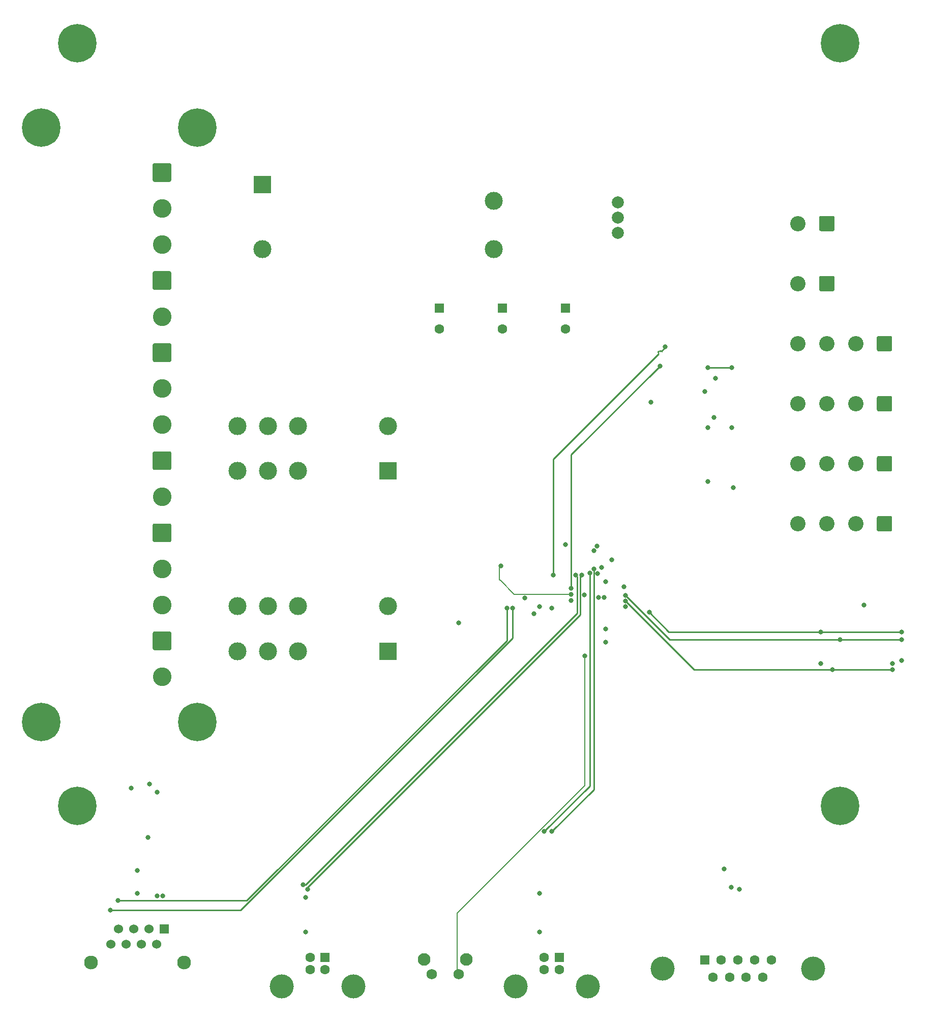
<source format=gbr>
G04 #@! TF.GenerationSoftware,KiCad,Pcbnew,6.0.5+dfsg-1~bpo11+1*
G04 #@! TF.CreationDate,2023-01-20T09:08:37+00:00*
G04 #@! TF.ProjectId,nascontrol,6e617363-6f6e-4747-926f-6c2e6b696361,0.1*
G04 #@! TF.SameCoordinates,Original*
G04 #@! TF.FileFunction,Copper,L2,Inr*
G04 #@! TF.FilePolarity,Positive*
%FSLAX46Y46*%
G04 Gerber Fmt 4.6, Leading zero omitted, Abs format (unit mm)*
G04 Created by KiCad (PCBNEW 6.0.5+dfsg-1~bpo11+1) date 2023-01-20 09:08:37*
%MOMM*%
%LPD*%
G01*
G04 APERTURE LIST*
G04 #@! TA.AperFunction,ComponentPad*
%ADD10C,4.000000*%
G04 #@! TD*
G04 #@! TA.AperFunction,ComponentPad*
%ADD11R,1.600000X1.600000*%
G04 #@! TD*
G04 #@! TA.AperFunction,ComponentPad*
%ADD12C,1.600000*%
G04 #@! TD*
G04 #@! TA.AperFunction,ComponentPad*
%ADD13C,3.100000*%
G04 #@! TD*
G04 #@! TA.AperFunction,ComponentPad*
%ADD14C,2.550000*%
G04 #@! TD*
G04 #@! TA.AperFunction,ComponentPad*
%ADD15C,2.000000*%
G04 #@! TD*
G04 #@! TA.AperFunction,ComponentPad*
%ADD16C,6.400000*%
G04 #@! TD*
G04 #@! TA.AperFunction,ComponentPad*
%ADD17C,3.000000*%
G04 #@! TD*
G04 #@! TA.AperFunction,ComponentPad*
%ADD18R,3.000000X3.000000*%
G04 #@! TD*
G04 #@! TA.AperFunction,ComponentPad*
%ADD19C,2.100000*%
G04 #@! TD*
G04 #@! TA.AperFunction,ComponentPad*
%ADD20C,1.750000*%
G04 #@! TD*
G04 #@! TA.AperFunction,ComponentPad*
%ADD21R,1.500000X1.500000*%
G04 #@! TD*
G04 #@! TA.AperFunction,ComponentPad*
%ADD22C,1.524000*%
G04 #@! TD*
G04 #@! TA.AperFunction,ComponentPad*
%ADD23C,2.300000*%
G04 #@! TD*
G04 #@! TA.AperFunction,ViaPad*
%ADD24C,0.800000*%
G04 #@! TD*
G04 #@! TA.AperFunction,Conductor*
%ADD25C,0.200000*%
G04 #@! TD*
G04 #@! TA.AperFunction,Conductor*
%ADD26C,0.250000*%
G04 #@! TD*
G04 #@! TA.AperFunction,Conductor*
%ADD27C,0.289000*%
G04 #@! TD*
G04 APERTURE END LIST*
D10*
X127490000Y-184089669D03*
X152490000Y-184089669D03*
D11*
X134450000Y-182669669D03*
D12*
X137220000Y-182669669D03*
X139990000Y-182669669D03*
X142760000Y-182669669D03*
X145530000Y-182669669D03*
X135835000Y-185509669D03*
X138605000Y-185509669D03*
X141375000Y-185509669D03*
X144145000Y-185509669D03*
G04 #@! TA.AperFunction,ComponentPad*
G36*
G01*
X42799999Y-79950000D02*
X45400001Y-79950000D01*
G75*
G02*
X45650000Y-80199999I0J-249999D01*
G01*
X45650000Y-82800001D01*
G75*
G02*
X45400001Y-83050000I-249999J0D01*
G01*
X42799999Y-83050000D01*
G75*
G02*
X42550000Y-82800001I0J249999D01*
G01*
X42550000Y-80199999D01*
G75*
G02*
X42799999Y-79950000I249999J0D01*
G01*
G37*
G04 #@! TD.AperFunction*
D13*
X44100000Y-87500000D03*
X44100000Y-93500000D03*
G04 #@! TA.AperFunction,ComponentPad*
G36*
G01*
X165675000Y-98974999D02*
X165675000Y-101025001D01*
G75*
G02*
X165425001Y-101275000I-249999J0D01*
G01*
X163374999Y-101275000D01*
G75*
G02*
X163125000Y-101025001I0J249999D01*
G01*
X163125000Y-98974999D01*
G75*
G02*
X163374999Y-98725000I249999J0D01*
G01*
X165425001Y-98725000D01*
G75*
G02*
X165675000Y-98974999I0J-249999D01*
G01*
G37*
G04 #@! TD.AperFunction*
D14*
X159600000Y-100000000D03*
X154800000Y-100000000D03*
X150000000Y-100000000D03*
D15*
X120000000Y-56500000D03*
X120000000Y-59040000D03*
X120000000Y-61580000D03*
G04 #@! TA.AperFunction,ComponentPad*
G36*
G01*
X165675000Y-108974999D02*
X165675000Y-111025001D01*
G75*
G02*
X165425001Y-111275000I-249999J0D01*
G01*
X163374999Y-111275000D01*
G75*
G02*
X163125000Y-111025001I0J249999D01*
G01*
X163125000Y-108974999D01*
G75*
G02*
X163374999Y-108725000I249999J0D01*
G01*
X165425001Y-108725000D01*
G75*
G02*
X165675000Y-108974999I0J-249999D01*
G01*
G37*
G04 #@! TD.AperFunction*
D14*
X159600000Y-110000000D03*
X154800000Y-110000000D03*
X150000000Y-110000000D03*
G04 #@! TA.AperFunction,ComponentPad*
G36*
G01*
X42799999Y-49950000D02*
X45400001Y-49950000D01*
G75*
G02*
X45650000Y-50199999I0J-249999D01*
G01*
X45650000Y-52800001D01*
G75*
G02*
X45400001Y-53050000I-249999J0D01*
G01*
X42799999Y-53050000D01*
G75*
G02*
X42550000Y-52800001I0J249999D01*
G01*
X42550000Y-50199999D01*
G75*
G02*
X42799999Y-49950000I249999J0D01*
G01*
G37*
G04 #@! TD.AperFunction*
D13*
X44100000Y-57500000D03*
X44100000Y-63500000D03*
D11*
X111250000Y-74097349D03*
D12*
X111250000Y-77597349D03*
D16*
X50000000Y-44000000D03*
X30000000Y-30000000D03*
D17*
X61707500Y-101207500D03*
X66707500Y-101207500D03*
X56707500Y-101207500D03*
X61707500Y-93707500D03*
X66707500Y-93707500D03*
X56707500Y-93707500D03*
D18*
X81707500Y-101207500D03*
D17*
X81707500Y-93707500D03*
G04 #@! TA.AperFunction,ComponentPad*
G36*
G01*
X165675000Y-78974999D02*
X165675000Y-81025001D01*
G75*
G02*
X165425001Y-81275000I-249999J0D01*
G01*
X163374999Y-81275000D01*
G75*
G02*
X163125000Y-81025001I0J249999D01*
G01*
X163125000Y-78974999D01*
G75*
G02*
X163374999Y-78725000I249999J0D01*
G01*
X165425001Y-78725000D01*
G75*
G02*
X165675000Y-78974999I0J-249999D01*
G01*
G37*
G04 #@! TD.AperFunction*
D14*
X159600000Y-80000000D03*
X154800000Y-80000000D03*
X150000000Y-80000000D03*
D19*
X87765000Y-182547500D03*
X94775000Y-182547500D03*
D20*
X93525000Y-185037500D03*
X89025000Y-185037500D03*
G04 #@! TA.AperFunction,ComponentPad*
G36*
G01*
X42799999Y-97950000D02*
X45400001Y-97950000D01*
G75*
G02*
X45650000Y-98199999I0J-249999D01*
G01*
X45650000Y-100800001D01*
G75*
G02*
X45400001Y-101050000I-249999J0D01*
G01*
X42799999Y-101050000D01*
G75*
G02*
X42550000Y-100800001I0J249999D01*
G01*
X42550000Y-98199999D01*
G75*
G02*
X42799999Y-97950000I249999J0D01*
G01*
G37*
G04 #@! TD.AperFunction*
D13*
X44100000Y-105500000D03*
G04 #@! TA.AperFunction,ComponentPad*
G36*
G01*
X42799999Y-109950000D02*
X45400001Y-109950000D01*
G75*
G02*
X45650000Y-110199999I0J-249999D01*
G01*
X45650000Y-112800001D01*
G75*
G02*
X45400001Y-113050000I-249999J0D01*
G01*
X42799999Y-113050000D01*
G75*
G02*
X42550000Y-112800001I0J249999D01*
G01*
X42550000Y-110199999D01*
G75*
G02*
X42799999Y-109950000I249999J0D01*
G01*
G37*
G04 #@! TD.AperFunction*
X44100000Y-117500000D03*
X44100000Y-123500000D03*
G04 #@! TA.AperFunction,ComponentPad*
G36*
G01*
X156075000Y-58974999D02*
X156075000Y-61025001D01*
G75*
G02*
X155825001Y-61275000I-249999J0D01*
G01*
X153774999Y-61275000D01*
G75*
G02*
X153525000Y-61025001I0J249999D01*
G01*
X153525000Y-58974999D01*
G75*
G02*
X153774999Y-58725000I249999J0D01*
G01*
X155825001Y-58725000D01*
G75*
G02*
X156075000Y-58974999I0J-249999D01*
G01*
G37*
G04 #@! TD.AperFunction*
D14*
X150000000Y-60000000D03*
G04 #@! TA.AperFunction,ComponentPad*
G36*
G01*
X165675000Y-88974999D02*
X165675000Y-91025001D01*
G75*
G02*
X165425001Y-91275000I-249999J0D01*
G01*
X163374999Y-91275000D01*
G75*
G02*
X163125000Y-91025001I0J249999D01*
G01*
X163125000Y-88974999D01*
G75*
G02*
X163374999Y-88725000I249999J0D01*
G01*
X165425001Y-88725000D01*
G75*
G02*
X165675000Y-88974999I0J-249999D01*
G01*
G37*
G04 #@! TD.AperFunction*
X159600000Y-90000000D03*
X154800000Y-90000000D03*
X150000000Y-90000000D03*
D11*
X100750000Y-74097349D03*
D12*
X100750000Y-77597349D03*
D11*
X71250000Y-182212500D03*
D12*
X68750000Y-182212500D03*
X68750000Y-184212500D03*
X71250000Y-184212500D03*
D10*
X76000000Y-187072500D03*
X64000000Y-187072500D03*
G04 #@! TA.AperFunction,ComponentPad*
G36*
G01*
X156075000Y-68974999D02*
X156075000Y-71025001D01*
G75*
G02*
X155825001Y-71275000I-249999J0D01*
G01*
X153774999Y-71275000D01*
G75*
G02*
X153525000Y-71025001I0J249999D01*
G01*
X153525000Y-68974999D01*
G75*
G02*
X153774999Y-68725000I249999J0D01*
G01*
X155825001Y-68725000D01*
G75*
G02*
X156075000Y-68974999I0J-249999D01*
G01*
G37*
G04 #@! TD.AperFunction*
D14*
X150000000Y-70000000D03*
D16*
X24000000Y-44000000D03*
G04 #@! TA.AperFunction,ComponentPad*
G36*
G01*
X42799999Y-127950000D02*
X45400001Y-127950000D01*
G75*
G02*
X45650000Y-128199999I0J-249999D01*
G01*
X45650000Y-130800001D01*
G75*
G02*
X45400001Y-131050000I-249999J0D01*
G01*
X42799999Y-131050000D01*
G75*
G02*
X42550000Y-130800001I0J249999D01*
G01*
X42550000Y-128199999D01*
G75*
G02*
X42799999Y-127950000I249999J0D01*
G01*
G37*
G04 #@! TD.AperFunction*
D13*
X44100000Y-135500000D03*
G04 #@! TA.AperFunction,ComponentPad*
G36*
G01*
X42799999Y-67950000D02*
X45400001Y-67950000D01*
G75*
G02*
X45650000Y-68199999I0J-249999D01*
G01*
X45650000Y-70800001D01*
G75*
G02*
X45400001Y-71050000I-249999J0D01*
G01*
X42799999Y-71050000D01*
G75*
G02*
X42550000Y-70800001I0J249999D01*
G01*
X42550000Y-68199999D01*
G75*
G02*
X42799999Y-67950000I249999J0D01*
G01*
G37*
G04 #@! TD.AperFunction*
X44100000Y-75500000D03*
D16*
X24000000Y-143000000D03*
D18*
X60842500Y-53500000D03*
D17*
X60842500Y-64250000D03*
X99342500Y-64250000D03*
X99342500Y-56250000D03*
D16*
X50000000Y-143000000D03*
X30000000Y-157000000D03*
X157000000Y-30000000D03*
D11*
X110250000Y-182212500D03*
D12*
X107750000Y-182212500D03*
X107750000Y-184212500D03*
X110250000Y-184212500D03*
D10*
X103000000Y-187072500D03*
X115000000Y-187072500D03*
D17*
X61707500Y-131207500D03*
X66707500Y-131207500D03*
X56707500Y-131207500D03*
X61707500Y-123707500D03*
X66707500Y-123707500D03*
X56707500Y-123707500D03*
D18*
X81707500Y-131207500D03*
D17*
X81707500Y-123707500D03*
D11*
X90250000Y-74097349D03*
D12*
X90250000Y-77597349D03*
D16*
X157000000Y-157000000D03*
D21*
X44445000Y-177460000D03*
D22*
X43175000Y-180000000D03*
X41905000Y-177460000D03*
X40635000Y-180000000D03*
X39365000Y-177460000D03*
X38095000Y-180000000D03*
X36825000Y-177460000D03*
X35555000Y-180000000D03*
D23*
X47750000Y-183048000D03*
X32250000Y-183048000D03*
D24*
X107000000Y-171500000D03*
X40000000Y-167750000D03*
X104500000Y-122350000D03*
X68000000Y-172250000D03*
X40000000Y-171500000D03*
X134500000Y-88000000D03*
X106000000Y-125000000D03*
X136250000Y-85750000D03*
X167250000Y-132750000D03*
X119000000Y-116000000D03*
X136000000Y-92250000D03*
X107000000Y-123750000D03*
X117954511Y-119600000D03*
X112250000Y-122750000D03*
X111250000Y-113500000D03*
X161000000Y-123500000D03*
X121000000Y-120525500D03*
X41750000Y-162250000D03*
X137693326Y-167479597D03*
X109000000Y-124000000D03*
X114500000Y-132000000D03*
X112250000Y-121723500D03*
X100500000Y-117000000D03*
X107000000Y-178000000D03*
X44250000Y-172000000D03*
X117750000Y-122250000D03*
X43250000Y-171950931D03*
X116750000Y-122250000D03*
X101500000Y-124000000D03*
X36750000Y-172750000D03*
X102500000Y-124000000D03*
X35500000Y-174306000D03*
X135000000Y-103000000D03*
X139250000Y-104000000D03*
X139000000Y-94000000D03*
X135000000Y-94000000D03*
X139000000Y-84000000D03*
X135000000Y-84000000D03*
X68000000Y-178000000D03*
X153750000Y-128000000D03*
X125250000Y-124750000D03*
X167250000Y-128000000D03*
X121250000Y-121901500D03*
X157000000Y-129250000D03*
X167250000Y-129250000D03*
X121250000Y-123754506D03*
X165750000Y-133250000D03*
X153750000Y-133250000D03*
X165750000Y-134250000D03*
X121250000Y-122828003D03*
X155750000Y-134250000D03*
X138900000Y-170500000D03*
X140258478Y-170833879D03*
X114440500Y-121870000D03*
X125500000Y-89750000D03*
X112250000Y-120750000D03*
X127000000Y-83750000D03*
X127870814Y-80547626D03*
X109250000Y-118500000D03*
X93500000Y-126500000D03*
X116513931Y-113729103D03*
X118000000Y-127500000D03*
X118000000Y-129750000D03*
X116651500Y-118270897D03*
X39000000Y-154000000D03*
X43250000Y-154651500D03*
X117250000Y-117250000D03*
X42000000Y-153348500D03*
X116000000Y-114500000D03*
X116000000Y-117500000D03*
X109000000Y-161250000D03*
X115348500Y-118186955D03*
X107750000Y-161250000D03*
X114025000Y-118500000D03*
X68371232Y-170871232D03*
X112975000Y-118500000D03*
X67628768Y-170128768D03*
D25*
X114500000Y-153613979D02*
X93250000Y-174863979D01*
X93250000Y-174863979D02*
X93250000Y-184762500D01*
X100308029Y-117191971D02*
X100500000Y-117000000D01*
X102759894Y-121723500D02*
X100536394Y-119500000D01*
X93250000Y-184762500D02*
X93525000Y-185037500D01*
X100536394Y-119500000D02*
X100500000Y-119500000D01*
X114500000Y-132000000D02*
X114500000Y-153613979D01*
X100308029Y-119308029D02*
X100308029Y-117191971D01*
X100500000Y-119500000D02*
X100308029Y-119308029D01*
X112250000Y-121723500D02*
X102759894Y-121723500D01*
D26*
X36750000Y-172750000D02*
X58217520Y-172750000D01*
X58217520Y-172750000D02*
X101500000Y-129467520D01*
X101500000Y-129467520D02*
X101500000Y-124000000D01*
X35500000Y-174306000D02*
X57194000Y-174306000D01*
X57194000Y-174306000D02*
X102500000Y-129000000D01*
X102500000Y-129000000D02*
X102500000Y-124000000D01*
X135000000Y-84000000D02*
X139000000Y-84000000D01*
X167250000Y-128000000D02*
X153750000Y-128000000D01*
X125250000Y-124750000D02*
X128500000Y-128000000D01*
X128500000Y-128000000D02*
X153750000Y-128000000D01*
X128598500Y-129250000D02*
X121250000Y-121901500D01*
X157000000Y-129250000D02*
X128598500Y-129250000D01*
X167250000Y-129250000D02*
X157000000Y-129250000D01*
X132671997Y-134250000D02*
X121250000Y-122828003D01*
X165750000Y-134250000D02*
X155750000Y-134250000D01*
X155750000Y-134250000D02*
X132671997Y-134250000D01*
X112250000Y-98500000D02*
X127000000Y-83750000D01*
X112250000Y-120750000D02*
X112250000Y-98500000D01*
X109250000Y-99250000D02*
X126716841Y-81783158D01*
X127870814Y-80547626D02*
X127870814Y-80629186D01*
X109250000Y-99250000D02*
X109250000Y-118500000D01*
X126770654Y-81250000D02*
X126743747Y-81276906D01*
X126716841Y-81783158D02*
X126743747Y-81756251D01*
X126770654Y-81249999D02*
X126770654Y-81250000D01*
X127010326Y-81250000D02*
X127010327Y-81250000D01*
X127870814Y-80629186D02*
X127250000Y-81250000D01*
X126743746Y-81516579D02*
X126743747Y-81516579D01*
X126743730Y-81756236D02*
G75*
G03*
X126743746Y-81516580I-119830J119836D01*
G01*
X126770665Y-81250010D02*
G75*
G02*
X127010326Y-81250001I119835J-119790D01*
G01*
X127010326Y-81250000D02*
G75*
G03*
X127250000Y-81250000I119837J119837D01*
G01*
X126743789Y-81516536D02*
G75*
G02*
X126743747Y-81276906I119811J119836D01*
G01*
X116000000Y-154250000D02*
X109000000Y-161250000D01*
X116000000Y-117500000D02*
X116000000Y-154250000D01*
X115348500Y-153651500D02*
X107750000Y-161250000D01*
X115348500Y-118186955D02*
X115348500Y-153651500D01*
D27*
X113769500Y-118755500D02*
X113769500Y-125111631D01*
X68371232Y-170509899D02*
X68371232Y-170871232D01*
X114025000Y-118500000D02*
X113769500Y-118755500D01*
X113769500Y-125111631D02*
X68371232Y-170509899D01*
X113230500Y-124888369D02*
X67990101Y-170128768D01*
X112975000Y-118500000D02*
X113230500Y-118755500D01*
X113230500Y-118755500D02*
X113230500Y-124888369D01*
X67990101Y-170128768D02*
X67628768Y-170128768D01*
M02*

</source>
